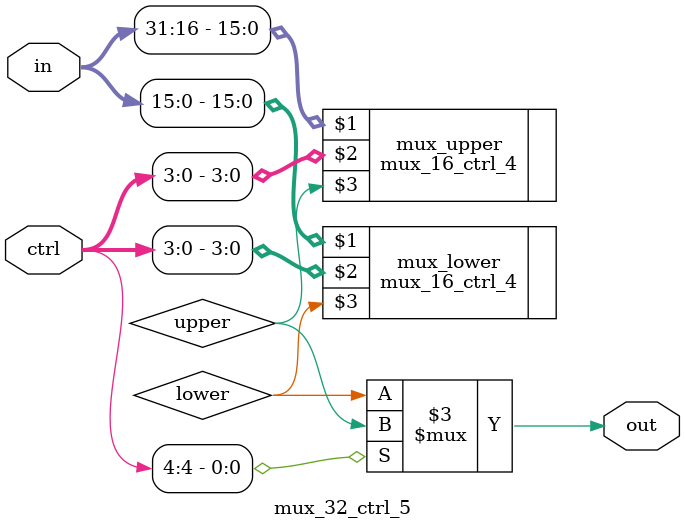
<source format=v>
`timescale 1ns / 1ps


module mux_32_ctrl_5(in, ctrl, out);
    input [31:0] in;
    input [4:0] ctrl;
    output out;
    reg out;
    
    wire lower;
    wire upper;
    
    mux_16_ctrl_4 mux_lower(in[15:0], ctrl[3:0], lower);
    mux_16_ctrl_4 mux_upper(in[31:16], ctrl[3:0], upper);
    
    always @ (*) begin
        // if the 4-th bit is set, set as out the upper half
        // else the lower
        if (ctrl[4])
            out <= upper;
        else
           out <= lower;
    end
endmodule

</source>
